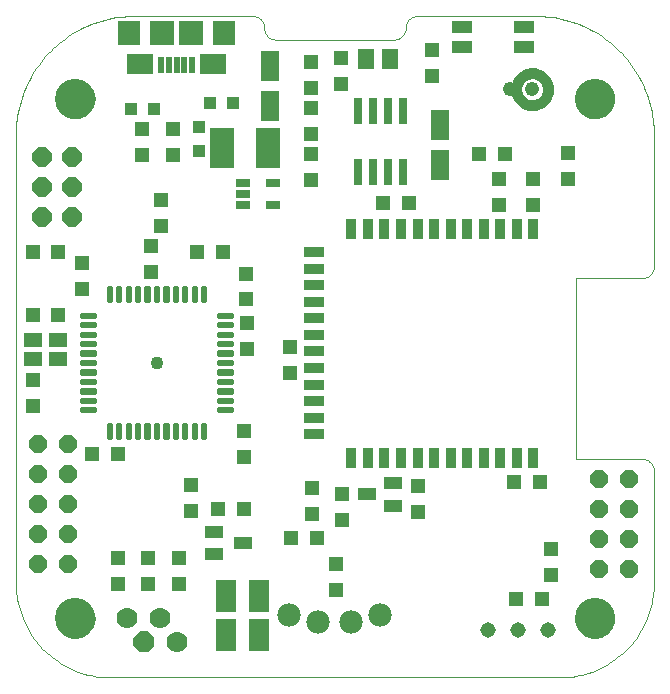
<source format=gts>
G75*
%MOIN*%
%OFA0B0*%
%FSLAX24Y24*%
%IPPOS*%
%LPD*%
%AMOC8*
5,1,8,0,0,1.08239X$1,22.5*
%
%ADD10C,0.0000*%
%ADD11R,0.0512X0.0512*%
%ADD12R,0.0552X0.0670*%
%ADD13R,0.0591X0.0434*%
%ADD14C,0.1340*%
%ADD15OC8,0.0640*%
%ADD16C,0.0516*%
%ADD17C,0.0780*%
%ADD18R,0.0355X0.0670*%
%ADD19R,0.0670X0.0355*%
%ADD20R,0.0512X0.0257*%
%ADD21R,0.0591X0.0985*%
%ADD22C,0.0174*%
%ADD23C,0.0434*%
%ADD24R,0.0197X0.0571*%
%ADD25R,0.0749X0.0788*%
%ADD26R,0.0867X0.0670*%
%ADD27R,0.0788X0.0788*%
%ADD28R,0.0788X0.1379*%
%ADD29R,0.0650X0.0434*%
%ADD30OC8,0.0594*%
%ADD31R,0.0670X0.1103*%
%ADD32R,0.0434X0.0434*%
%ADD33R,0.0276X0.0906*%
%ADD34C,0.0354*%
%ADD35C,0.0476*%
%ADD36C,0.0700*%
%ADD37OC8,0.0700*%
%ADD38R,0.0591X0.0512*%
D10*
X007744Y006169D02*
X022705Y006169D01*
X023236Y008138D02*
X023238Y008188D01*
X023244Y008238D01*
X023254Y008288D01*
X023267Y008336D01*
X023284Y008384D01*
X023305Y008430D01*
X023329Y008474D01*
X023357Y008516D01*
X023388Y008556D01*
X023422Y008593D01*
X023459Y008628D01*
X023498Y008659D01*
X023539Y008688D01*
X023583Y008713D01*
X023629Y008735D01*
X023676Y008753D01*
X023724Y008767D01*
X023773Y008778D01*
X023823Y008785D01*
X023873Y008788D01*
X023924Y008787D01*
X023974Y008782D01*
X024024Y008773D01*
X024072Y008761D01*
X024120Y008744D01*
X024166Y008724D01*
X024211Y008701D01*
X024254Y008674D01*
X024294Y008644D01*
X024332Y008611D01*
X024367Y008575D01*
X024400Y008536D01*
X024429Y008495D01*
X024455Y008452D01*
X024478Y008407D01*
X024497Y008360D01*
X024512Y008312D01*
X024524Y008263D01*
X024532Y008213D01*
X024536Y008163D01*
X024536Y008113D01*
X024532Y008063D01*
X024524Y008013D01*
X024512Y007964D01*
X024497Y007916D01*
X024478Y007869D01*
X024455Y007824D01*
X024429Y007781D01*
X024400Y007740D01*
X024367Y007701D01*
X024332Y007665D01*
X024294Y007632D01*
X024254Y007602D01*
X024211Y007575D01*
X024166Y007552D01*
X024120Y007532D01*
X024072Y007515D01*
X024024Y007503D01*
X023974Y007494D01*
X023924Y007489D01*
X023873Y007488D01*
X023823Y007491D01*
X023773Y007498D01*
X023724Y007509D01*
X023676Y007523D01*
X023629Y007541D01*
X023583Y007563D01*
X023539Y007588D01*
X023498Y007617D01*
X023459Y007648D01*
X023422Y007683D01*
X023388Y007720D01*
X023357Y007760D01*
X023329Y007802D01*
X023305Y007846D01*
X023284Y007892D01*
X023267Y007940D01*
X023254Y007988D01*
X023244Y008038D01*
X023238Y008088D01*
X023236Y008138D01*
X022705Y006169D02*
X022815Y006171D01*
X022925Y006177D01*
X023034Y006186D01*
X023143Y006200D01*
X023252Y006217D01*
X023360Y006238D01*
X023467Y006263D01*
X023573Y006291D01*
X023678Y006323D01*
X023782Y006359D01*
X023885Y006398D01*
X023986Y006441D01*
X024086Y006488D01*
X024184Y006538D01*
X024280Y006591D01*
X024374Y006648D01*
X024466Y006708D01*
X024557Y006771D01*
X024644Y006837D01*
X024730Y006906D01*
X024813Y006978D01*
X024893Y007053D01*
X024971Y007131D01*
X025046Y007211D01*
X025118Y007294D01*
X025187Y007380D01*
X025253Y007467D01*
X025316Y007558D01*
X025376Y007650D01*
X025433Y007744D01*
X025486Y007840D01*
X025536Y007938D01*
X025583Y008038D01*
X025626Y008139D01*
X025665Y008242D01*
X025701Y008346D01*
X025733Y008451D01*
X025761Y008557D01*
X025786Y008664D01*
X025807Y008772D01*
X025824Y008881D01*
X025838Y008990D01*
X025847Y009099D01*
X025853Y009209D01*
X025855Y009319D01*
X025854Y009319D02*
X025854Y013059D01*
X025855Y013059D02*
X025853Y013098D01*
X025847Y013136D01*
X025838Y013173D01*
X025825Y013210D01*
X025808Y013245D01*
X025789Y013278D01*
X025766Y013309D01*
X025740Y013338D01*
X025711Y013364D01*
X025680Y013387D01*
X025647Y013406D01*
X025612Y013423D01*
X025575Y013436D01*
X025538Y013445D01*
X025500Y013451D01*
X025461Y013453D01*
X023256Y013453D01*
X023256Y019398D01*
X023256Y019476D01*
X025461Y019476D01*
X025500Y019478D01*
X025538Y019484D01*
X025575Y019493D01*
X025612Y019506D01*
X025647Y019523D01*
X025680Y019542D01*
X025711Y019565D01*
X025740Y019591D01*
X025766Y019620D01*
X025789Y019651D01*
X025808Y019684D01*
X025825Y019719D01*
X025838Y019756D01*
X025847Y019793D01*
X025853Y019831D01*
X025855Y019870D01*
X025854Y019870D02*
X025854Y024280D01*
X023236Y025461D02*
X023238Y025511D01*
X023244Y025561D01*
X023254Y025611D01*
X023267Y025659D01*
X023284Y025707D01*
X023305Y025753D01*
X023329Y025797D01*
X023357Y025839D01*
X023388Y025879D01*
X023422Y025916D01*
X023459Y025951D01*
X023498Y025982D01*
X023539Y026011D01*
X023583Y026036D01*
X023629Y026058D01*
X023676Y026076D01*
X023724Y026090D01*
X023773Y026101D01*
X023823Y026108D01*
X023873Y026111D01*
X023924Y026110D01*
X023974Y026105D01*
X024024Y026096D01*
X024072Y026084D01*
X024120Y026067D01*
X024166Y026047D01*
X024211Y026024D01*
X024254Y025997D01*
X024294Y025967D01*
X024332Y025934D01*
X024367Y025898D01*
X024400Y025859D01*
X024429Y025818D01*
X024455Y025775D01*
X024478Y025730D01*
X024497Y025683D01*
X024512Y025635D01*
X024524Y025586D01*
X024532Y025536D01*
X024536Y025486D01*
X024536Y025436D01*
X024532Y025386D01*
X024524Y025336D01*
X024512Y025287D01*
X024497Y025239D01*
X024478Y025192D01*
X024455Y025147D01*
X024429Y025104D01*
X024400Y025063D01*
X024367Y025024D01*
X024332Y024988D01*
X024294Y024955D01*
X024254Y024925D01*
X024211Y024898D01*
X024166Y024875D01*
X024120Y024855D01*
X024072Y024838D01*
X024024Y024826D01*
X023974Y024817D01*
X023924Y024812D01*
X023873Y024811D01*
X023823Y024814D01*
X023773Y024821D01*
X023724Y024832D01*
X023676Y024846D01*
X023629Y024864D01*
X023583Y024886D01*
X023539Y024911D01*
X023498Y024940D01*
X023459Y024971D01*
X023422Y025006D01*
X023388Y025043D01*
X023357Y025083D01*
X023329Y025125D01*
X023305Y025169D01*
X023284Y025215D01*
X023267Y025263D01*
X023254Y025311D01*
X023244Y025361D01*
X023238Y025411D01*
X023236Y025461D01*
X025854Y024280D02*
X025852Y024404D01*
X025846Y024527D01*
X025837Y024651D01*
X025823Y024773D01*
X025806Y024896D01*
X025784Y025018D01*
X025759Y025139D01*
X025730Y025259D01*
X025698Y025378D01*
X025661Y025497D01*
X025621Y025614D01*
X025578Y025729D01*
X025530Y025844D01*
X025479Y025956D01*
X025425Y026067D01*
X025367Y026177D01*
X025306Y026284D01*
X025241Y026390D01*
X025173Y026493D01*
X025102Y026594D01*
X025028Y026693D01*
X024951Y026790D01*
X024870Y026884D01*
X024787Y026975D01*
X024701Y027064D01*
X024612Y027150D01*
X024521Y027233D01*
X024427Y027314D01*
X024330Y027391D01*
X024231Y027465D01*
X024130Y027536D01*
X024027Y027604D01*
X023921Y027669D01*
X023814Y027730D01*
X023704Y027788D01*
X023593Y027842D01*
X023481Y027893D01*
X023366Y027941D01*
X023251Y027984D01*
X023134Y028024D01*
X023015Y028061D01*
X022896Y028093D01*
X022776Y028122D01*
X022655Y028147D01*
X022533Y028169D01*
X022410Y028186D01*
X022288Y028200D01*
X022164Y028209D01*
X022041Y028215D01*
X021917Y028217D01*
X017980Y028217D01*
X017941Y028215D01*
X017903Y028209D01*
X017866Y028200D01*
X017829Y028187D01*
X017794Y028170D01*
X017761Y028151D01*
X017730Y028128D01*
X017701Y028102D01*
X017675Y028073D01*
X017652Y028042D01*
X017633Y028009D01*
X017616Y027974D01*
X017603Y027937D01*
X017594Y027900D01*
X017588Y027862D01*
X017586Y027823D01*
X017587Y027823D02*
X017585Y027784D01*
X017579Y027746D01*
X017570Y027709D01*
X017557Y027672D01*
X017540Y027637D01*
X017521Y027604D01*
X017498Y027573D01*
X017472Y027544D01*
X017443Y027518D01*
X017412Y027495D01*
X017379Y027476D01*
X017344Y027459D01*
X017307Y027446D01*
X017270Y027437D01*
X017232Y027431D01*
X017193Y027429D01*
X013256Y027429D01*
X013217Y027431D01*
X013179Y027437D01*
X013142Y027446D01*
X013105Y027459D01*
X013070Y027476D01*
X013037Y027495D01*
X013006Y027518D01*
X012977Y027544D01*
X012951Y027573D01*
X012928Y027604D01*
X012909Y027637D01*
X012892Y027672D01*
X012879Y027709D01*
X012870Y027746D01*
X012864Y027784D01*
X012862Y027823D01*
X012863Y027823D02*
X012861Y027862D01*
X012855Y027900D01*
X012846Y027937D01*
X012833Y027974D01*
X012816Y028009D01*
X012797Y028042D01*
X012774Y028073D01*
X012748Y028102D01*
X012719Y028128D01*
X012688Y028151D01*
X012655Y028170D01*
X012620Y028187D01*
X012583Y028200D01*
X012546Y028209D01*
X012508Y028215D01*
X012469Y028217D01*
X008531Y028217D01*
X005913Y025461D02*
X005915Y025511D01*
X005921Y025561D01*
X005931Y025611D01*
X005944Y025659D01*
X005961Y025707D01*
X005982Y025753D01*
X006006Y025797D01*
X006034Y025839D01*
X006065Y025879D01*
X006099Y025916D01*
X006136Y025951D01*
X006175Y025982D01*
X006216Y026011D01*
X006260Y026036D01*
X006306Y026058D01*
X006353Y026076D01*
X006401Y026090D01*
X006450Y026101D01*
X006500Y026108D01*
X006550Y026111D01*
X006601Y026110D01*
X006651Y026105D01*
X006701Y026096D01*
X006749Y026084D01*
X006797Y026067D01*
X006843Y026047D01*
X006888Y026024D01*
X006931Y025997D01*
X006971Y025967D01*
X007009Y025934D01*
X007044Y025898D01*
X007077Y025859D01*
X007106Y025818D01*
X007132Y025775D01*
X007155Y025730D01*
X007174Y025683D01*
X007189Y025635D01*
X007201Y025586D01*
X007209Y025536D01*
X007213Y025486D01*
X007213Y025436D01*
X007209Y025386D01*
X007201Y025336D01*
X007189Y025287D01*
X007174Y025239D01*
X007155Y025192D01*
X007132Y025147D01*
X007106Y025104D01*
X007077Y025063D01*
X007044Y025024D01*
X007009Y024988D01*
X006971Y024955D01*
X006931Y024925D01*
X006888Y024898D01*
X006843Y024875D01*
X006797Y024855D01*
X006749Y024838D01*
X006701Y024826D01*
X006651Y024817D01*
X006601Y024812D01*
X006550Y024811D01*
X006500Y024814D01*
X006450Y024821D01*
X006401Y024832D01*
X006353Y024846D01*
X006306Y024864D01*
X006260Y024886D01*
X006216Y024911D01*
X006175Y024940D01*
X006136Y024971D01*
X006099Y025006D01*
X006065Y025043D01*
X006034Y025083D01*
X006006Y025125D01*
X005982Y025169D01*
X005961Y025215D01*
X005944Y025263D01*
X005931Y025311D01*
X005921Y025361D01*
X005915Y025411D01*
X005913Y025461D01*
X004594Y024280D02*
X004594Y009319D01*
X005913Y008138D02*
X005915Y008188D01*
X005921Y008238D01*
X005931Y008288D01*
X005944Y008336D01*
X005961Y008384D01*
X005982Y008430D01*
X006006Y008474D01*
X006034Y008516D01*
X006065Y008556D01*
X006099Y008593D01*
X006136Y008628D01*
X006175Y008659D01*
X006216Y008688D01*
X006260Y008713D01*
X006306Y008735D01*
X006353Y008753D01*
X006401Y008767D01*
X006450Y008778D01*
X006500Y008785D01*
X006550Y008788D01*
X006601Y008787D01*
X006651Y008782D01*
X006701Y008773D01*
X006749Y008761D01*
X006797Y008744D01*
X006843Y008724D01*
X006888Y008701D01*
X006931Y008674D01*
X006971Y008644D01*
X007009Y008611D01*
X007044Y008575D01*
X007077Y008536D01*
X007106Y008495D01*
X007132Y008452D01*
X007155Y008407D01*
X007174Y008360D01*
X007189Y008312D01*
X007201Y008263D01*
X007209Y008213D01*
X007213Y008163D01*
X007213Y008113D01*
X007209Y008063D01*
X007201Y008013D01*
X007189Y007964D01*
X007174Y007916D01*
X007155Y007869D01*
X007132Y007824D01*
X007106Y007781D01*
X007077Y007740D01*
X007044Y007701D01*
X007009Y007665D01*
X006971Y007632D01*
X006931Y007602D01*
X006888Y007575D01*
X006843Y007552D01*
X006797Y007532D01*
X006749Y007515D01*
X006701Y007503D01*
X006651Y007494D01*
X006601Y007489D01*
X006550Y007488D01*
X006500Y007491D01*
X006450Y007498D01*
X006401Y007509D01*
X006353Y007523D01*
X006306Y007541D01*
X006260Y007563D01*
X006216Y007588D01*
X006175Y007617D01*
X006136Y007648D01*
X006099Y007683D01*
X006065Y007720D01*
X006034Y007760D01*
X006006Y007802D01*
X005982Y007846D01*
X005961Y007892D01*
X005944Y007940D01*
X005931Y007988D01*
X005921Y008038D01*
X005915Y008088D01*
X005913Y008138D01*
X004594Y009319D02*
X004596Y009209D01*
X004602Y009099D01*
X004611Y008990D01*
X004625Y008881D01*
X004642Y008772D01*
X004663Y008664D01*
X004688Y008557D01*
X004716Y008451D01*
X004748Y008346D01*
X004784Y008242D01*
X004823Y008139D01*
X004866Y008038D01*
X004913Y007938D01*
X004963Y007840D01*
X005016Y007744D01*
X005073Y007650D01*
X005133Y007558D01*
X005196Y007467D01*
X005262Y007380D01*
X005331Y007294D01*
X005403Y007211D01*
X005478Y007131D01*
X005556Y007053D01*
X005636Y006978D01*
X005719Y006906D01*
X005805Y006837D01*
X005892Y006771D01*
X005983Y006708D01*
X006075Y006648D01*
X006169Y006591D01*
X006265Y006538D01*
X006363Y006488D01*
X006463Y006441D01*
X006564Y006398D01*
X006667Y006359D01*
X006771Y006323D01*
X006876Y006291D01*
X006982Y006263D01*
X007089Y006238D01*
X007197Y006217D01*
X007306Y006200D01*
X007415Y006186D01*
X007524Y006177D01*
X007634Y006171D01*
X007744Y006169D01*
X004594Y024280D02*
X004596Y024404D01*
X004602Y024527D01*
X004611Y024651D01*
X004625Y024773D01*
X004642Y024896D01*
X004664Y025018D01*
X004689Y025139D01*
X004718Y025259D01*
X004750Y025378D01*
X004787Y025497D01*
X004827Y025614D01*
X004870Y025729D01*
X004918Y025844D01*
X004969Y025956D01*
X005023Y026067D01*
X005081Y026177D01*
X005142Y026284D01*
X005207Y026390D01*
X005275Y026493D01*
X005346Y026594D01*
X005420Y026693D01*
X005497Y026790D01*
X005578Y026884D01*
X005661Y026975D01*
X005747Y027064D01*
X005836Y027150D01*
X005927Y027233D01*
X006021Y027314D01*
X006118Y027391D01*
X006217Y027465D01*
X006318Y027536D01*
X006421Y027604D01*
X006527Y027669D01*
X006634Y027730D01*
X006744Y027788D01*
X006855Y027842D01*
X006967Y027893D01*
X007082Y027941D01*
X007197Y027984D01*
X007314Y028024D01*
X007433Y028061D01*
X007552Y028093D01*
X007672Y028122D01*
X007793Y028147D01*
X007915Y028169D01*
X008038Y028186D01*
X008160Y028200D01*
X008284Y028209D01*
X008407Y028215D01*
X008531Y028217D01*
D11*
X008807Y024462D03*
X008807Y023595D03*
X009831Y023595D03*
X009831Y024462D03*
X009437Y022075D03*
X009437Y021209D03*
X009083Y020539D03*
X009083Y019673D03*
X010618Y020343D03*
X011484Y020343D03*
X012272Y019634D03*
X012272Y018768D03*
X012311Y017980D03*
X012311Y017114D03*
X013714Y017193D03*
X013714Y016327D03*
X012193Y014398D03*
X012193Y013531D03*
X012193Y011784D03*
X011327Y011784D03*
X010421Y011720D03*
X010421Y012587D03*
X010028Y010165D03*
X010028Y009299D03*
X009004Y009299D03*
X009004Y010165D03*
X007980Y010165D03*
X007980Y009299D03*
X007985Y013630D03*
X007119Y013630D03*
X005160Y015224D03*
X005160Y016091D03*
X005146Y018241D03*
X006012Y018241D03*
X006780Y019102D03*
X006780Y019969D03*
X006012Y020352D03*
X005146Y020352D03*
X013768Y010815D03*
X014634Y010815D03*
X014476Y011602D03*
X014476Y012469D03*
X015461Y012272D03*
X015461Y011406D03*
X015264Y009949D03*
X015264Y009083D03*
X017980Y011681D03*
X017980Y012547D03*
X021209Y012680D03*
X022075Y012680D03*
X022432Y010454D03*
X022432Y009587D03*
X022134Y008787D03*
X021268Y008787D03*
X021839Y021917D03*
X021839Y022783D03*
X022995Y022783D03*
X022995Y023650D03*
X020894Y023610D03*
X020697Y022783D03*
X020697Y021917D03*
X020028Y023610D03*
X017705Y021971D03*
X016839Y021971D03*
X014437Y022744D03*
X014437Y023610D03*
X014437Y024280D03*
X014437Y025146D03*
X014435Y025805D03*
X014435Y026671D03*
X015441Y026829D03*
X015441Y025963D03*
X018453Y026209D03*
X018453Y027075D03*
D12*
X017060Y026770D03*
X016273Y026770D03*
D13*
X017154Y012646D03*
X017154Y011898D03*
X016287Y012272D03*
X012154Y010657D03*
X011209Y010283D03*
X011209Y011031D03*
D14*
X006563Y008138D03*
X006563Y025461D03*
X023886Y025461D03*
X023886Y008138D03*
D15*
X006472Y021508D03*
X005472Y021508D03*
X005472Y022508D03*
X005472Y023508D03*
X006472Y023508D03*
X006472Y022508D03*
D16*
X020327Y007744D03*
X021327Y007744D03*
X022327Y007744D03*
D17*
X016741Y008267D03*
X015775Y008008D03*
X014674Y008008D03*
X013708Y008267D03*
D18*
X015776Y013492D03*
X016327Y013492D03*
X016878Y013492D03*
X017429Y013492D03*
X017980Y013492D03*
X018531Y013492D03*
X019083Y013492D03*
X019634Y013492D03*
X020185Y013492D03*
X020736Y013492D03*
X021287Y013492D03*
X021839Y013492D03*
X021839Y021130D03*
X021287Y021130D03*
X020736Y021130D03*
X020185Y021130D03*
X019634Y021130D03*
X019083Y021130D03*
X018531Y021130D03*
X017980Y021130D03*
X017429Y021130D03*
X016878Y021130D03*
X016327Y021130D03*
X015776Y021130D03*
D19*
X014516Y020343D03*
X014516Y019791D03*
X014516Y019240D03*
X014516Y018689D03*
X014516Y018138D03*
X014516Y017587D03*
X014516Y017035D03*
X014516Y016484D03*
X014516Y015933D03*
X014516Y015382D03*
X014516Y014831D03*
X014516Y014280D03*
D20*
X013177Y021912D03*
X013177Y022660D03*
X012154Y022660D03*
X012154Y022286D03*
X012154Y021912D03*
D21*
X013059Y025224D03*
X013059Y026563D03*
X018728Y024594D03*
X018728Y023256D03*
D22*
X011355Y018262D02*
X011355Y018220D01*
X011355Y018262D02*
X011771Y018262D01*
X011771Y018220D01*
X011355Y018220D01*
X011355Y017947D02*
X011355Y017905D01*
X011355Y017947D02*
X011771Y017947D01*
X011771Y017905D01*
X011355Y017905D01*
X011355Y017632D02*
X011355Y017590D01*
X011355Y017632D02*
X011771Y017632D01*
X011771Y017590D01*
X011355Y017590D01*
X011355Y017317D02*
X011355Y017275D01*
X011355Y017317D02*
X011771Y017317D01*
X011771Y017275D01*
X011355Y017275D01*
X011355Y017002D02*
X011355Y016960D01*
X011355Y017002D02*
X011771Y017002D01*
X011771Y016960D01*
X011355Y016960D01*
X011355Y016687D02*
X011355Y016645D01*
X011355Y016687D02*
X011771Y016687D01*
X011771Y016645D01*
X011355Y016645D01*
X011355Y016372D02*
X011355Y016330D01*
X011355Y016372D02*
X011771Y016372D01*
X011771Y016330D01*
X011355Y016330D01*
X011355Y016057D02*
X011355Y016015D01*
X011355Y016057D02*
X011771Y016057D01*
X011771Y016015D01*
X011355Y016015D01*
X011355Y015742D02*
X011355Y015700D01*
X011355Y015742D02*
X011771Y015742D01*
X011771Y015700D01*
X011355Y015700D01*
X011355Y015427D02*
X011355Y015385D01*
X011355Y015427D02*
X011771Y015427D01*
X011771Y015385D01*
X011355Y015385D01*
X011355Y015113D02*
X011355Y015071D01*
X011355Y015113D02*
X011771Y015113D01*
X011771Y015071D01*
X011355Y015071D01*
X010833Y014591D02*
X010833Y014175D01*
X010833Y014591D02*
X010875Y014591D01*
X010875Y014175D01*
X010833Y014175D01*
X010833Y014348D02*
X010875Y014348D01*
X010875Y014521D02*
X010833Y014521D01*
X010518Y014591D02*
X010518Y014175D01*
X010518Y014591D02*
X010560Y014591D01*
X010560Y014175D01*
X010518Y014175D01*
X010518Y014348D02*
X010560Y014348D01*
X010560Y014521D02*
X010518Y014521D01*
X010203Y014591D02*
X010203Y014175D01*
X010203Y014591D02*
X010245Y014591D01*
X010245Y014175D01*
X010203Y014175D01*
X010203Y014348D02*
X010245Y014348D01*
X010245Y014521D02*
X010203Y014521D01*
X009888Y014591D02*
X009888Y014175D01*
X009888Y014591D02*
X009930Y014591D01*
X009930Y014175D01*
X009888Y014175D01*
X009888Y014348D02*
X009930Y014348D01*
X009930Y014521D02*
X009888Y014521D01*
X009573Y014591D02*
X009573Y014175D01*
X009573Y014591D02*
X009615Y014591D01*
X009615Y014175D01*
X009573Y014175D01*
X009573Y014348D02*
X009615Y014348D01*
X009615Y014521D02*
X009573Y014521D01*
X009259Y014591D02*
X009259Y014175D01*
X009259Y014591D02*
X009301Y014591D01*
X009301Y014175D01*
X009259Y014175D01*
X009259Y014348D02*
X009301Y014348D01*
X009301Y014521D02*
X009259Y014521D01*
X008944Y014591D02*
X008944Y014175D01*
X008944Y014591D02*
X008986Y014591D01*
X008986Y014175D01*
X008944Y014175D01*
X008944Y014348D02*
X008986Y014348D01*
X008986Y014521D02*
X008944Y014521D01*
X008629Y014591D02*
X008629Y014175D01*
X008629Y014591D02*
X008671Y014591D01*
X008671Y014175D01*
X008629Y014175D01*
X008629Y014348D02*
X008671Y014348D01*
X008671Y014521D02*
X008629Y014521D01*
X008314Y014591D02*
X008314Y014175D01*
X008314Y014591D02*
X008356Y014591D01*
X008356Y014175D01*
X008314Y014175D01*
X008314Y014348D02*
X008356Y014348D01*
X008356Y014521D02*
X008314Y014521D01*
X007999Y014591D02*
X007999Y014175D01*
X007999Y014591D02*
X008041Y014591D01*
X008041Y014175D01*
X007999Y014175D01*
X007999Y014348D02*
X008041Y014348D01*
X008041Y014521D02*
X007999Y014521D01*
X007684Y014591D02*
X007684Y014175D01*
X007684Y014591D02*
X007726Y014591D01*
X007726Y014175D01*
X007684Y014175D01*
X007684Y014348D02*
X007726Y014348D01*
X007726Y014521D02*
X007684Y014521D01*
X006788Y015071D02*
X006788Y015113D01*
X007204Y015113D01*
X007204Y015071D01*
X006788Y015071D01*
X006788Y015385D02*
X006788Y015427D01*
X007204Y015427D01*
X007204Y015385D01*
X006788Y015385D01*
X006788Y015700D02*
X006788Y015742D01*
X007204Y015742D01*
X007204Y015700D01*
X006788Y015700D01*
X006788Y016015D02*
X006788Y016057D01*
X007204Y016057D01*
X007204Y016015D01*
X006788Y016015D01*
X006788Y016330D02*
X006788Y016372D01*
X007204Y016372D01*
X007204Y016330D01*
X006788Y016330D01*
X006788Y016645D02*
X006788Y016687D01*
X007204Y016687D01*
X007204Y016645D01*
X006788Y016645D01*
X006788Y016960D02*
X006788Y017002D01*
X007204Y017002D01*
X007204Y016960D01*
X006788Y016960D01*
X006788Y017275D02*
X006788Y017317D01*
X007204Y017317D01*
X007204Y017275D01*
X006788Y017275D01*
X006788Y017590D02*
X006788Y017632D01*
X007204Y017632D01*
X007204Y017590D01*
X006788Y017590D01*
X006788Y017905D02*
X006788Y017947D01*
X007204Y017947D01*
X007204Y017905D01*
X006788Y017905D01*
X006788Y018220D02*
X006788Y018262D01*
X007204Y018262D01*
X007204Y018220D01*
X006788Y018220D01*
X007684Y018742D02*
X007684Y019158D01*
X007726Y019158D01*
X007726Y018742D01*
X007684Y018742D01*
X007684Y018915D02*
X007726Y018915D01*
X007726Y019088D02*
X007684Y019088D01*
X007999Y019158D02*
X007999Y018742D01*
X007999Y019158D02*
X008041Y019158D01*
X008041Y018742D01*
X007999Y018742D01*
X007999Y018915D02*
X008041Y018915D01*
X008041Y019088D02*
X007999Y019088D01*
X008314Y019158D02*
X008314Y018742D01*
X008314Y019158D02*
X008356Y019158D01*
X008356Y018742D01*
X008314Y018742D01*
X008314Y018915D02*
X008356Y018915D01*
X008356Y019088D02*
X008314Y019088D01*
X008629Y019158D02*
X008629Y018742D01*
X008629Y019158D02*
X008671Y019158D01*
X008671Y018742D01*
X008629Y018742D01*
X008629Y018915D02*
X008671Y018915D01*
X008671Y019088D02*
X008629Y019088D01*
X008944Y019158D02*
X008944Y018742D01*
X008944Y019158D02*
X008986Y019158D01*
X008986Y018742D01*
X008944Y018742D01*
X008944Y018915D02*
X008986Y018915D01*
X008986Y019088D02*
X008944Y019088D01*
X009259Y019158D02*
X009259Y018742D01*
X009259Y019158D02*
X009301Y019158D01*
X009301Y018742D01*
X009259Y018742D01*
X009259Y018915D02*
X009301Y018915D01*
X009301Y019088D02*
X009259Y019088D01*
X009573Y019158D02*
X009573Y018742D01*
X009573Y019158D02*
X009615Y019158D01*
X009615Y018742D01*
X009573Y018742D01*
X009573Y018915D02*
X009615Y018915D01*
X009615Y019088D02*
X009573Y019088D01*
X009888Y019158D02*
X009888Y018742D01*
X009888Y019158D02*
X009930Y019158D01*
X009930Y018742D01*
X009888Y018742D01*
X009888Y018915D02*
X009930Y018915D01*
X009930Y019088D02*
X009888Y019088D01*
X010203Y019158D02*
X010203Y018742D01*
X010203Y019158D02*
X010245Y019158D01*
X010245Y018742D01*
X010203Y018742D01*
X010203Y018915D02*
X010245Y018915D01*
X010245Y019088D02*
X010203Y019088D01*
X010518Y019158D02*
X010518Y018742D01*
X010518Y019158D02*
X010560Y019158D01*
X010560Y018742D01*
X010518Y018742D01*
X010518Y018915D02*
X010560Y018915D01*
X010560Y019088D02*
X010518Y019088D01*
X010833Y019158D02*
X010833Y018742D01*
X010833Y019158D02*
X010875Y019158D01*
X010875Y018742D01*
X010833Y018742D01*
X010833Y018915D02*
X010875Y018915D01*
X010875Y019088D02*
X010833Y019088D01*
D23*
X009280Y016666D03*
D24*
X009437Y026583D03*
X009693Y026583D03*
X009949Y026583D03*
X010205Y026583D03*
X010461Y026583D03*
D25*
X011524Y027636D03*
X008374Y027636D03*
D26*
X008728Y026632D03*
X011169Y026632D03*
D27*
X010421Y027636D03*
X009476Y027636D03*
D28*
X011465Y023807D03*
X013000Y023807D03*
D29*
X019467Y027173D03*
X019467Y027843D03*
X021533Y027843D03*
X021533Y027173D03*
D30*
X024016Y012787D03*
X024016Y011787D03*
X024016Y010787D03*
X024016Y009787D03*
X025016Y009787D03*
X025016Y010787D03*
X025016Y011787D03*
X025016Y012787D03*
X006315Y012957D03*
X006315Y013957D03*
X005315Y013957D03*
X005315Y012957D03*
X005315Y011957D03*
X006315Y011957D03*
X006315Y010957D03*
X005315Y010957D03*
X005315Y009957D03*
X006315Y009957D03*
D31*
X011602Y008886D03*
X012705Y008886D03*
X012705Y007587D03*
X011602Y007587D03*
D32*
X010697Y023728D03*
X010697Y024516D03*
X011051Y025303D03*
X011839Y025303D03*
X009201Y025106D03*
X008413Y025106D03*
D33*
X016010Y025067D03*
X016510Y025067D03*
X017010Y025067D03*
X017510Y025067D03*
X017510Y023020D03*
X017010Y023020D03*
X016510Y023020D03*
X016010Y023020D03*
D34*
X021268Y025776D02*
X021270Y025822D01*
X021276Y025867D01*
X021286Y025912D01*
X021299Y025955D01*
X021316Y025998D01*
X021337Y026038D01*
X021361Y026077D01*
X021389Y026113D01*
X021420Y026147D01*
X021453Y026179D01*
X021489Y026207D01*
X021527Y026232D01*
X021567Y026254D01*
X021609Y026272D01*
X021652Y026286D01*
X021697Y026297D01*
X021742Y026304D01*
X021788Y026307D01*
X021833Y026306D01*
X021879Y026301D01*
X021924Y026292D01*
X021967Y026280D01*
X022010Y026263D01*
X022051Y026243D01*
X022090Y026220D01*
X022128Y026193D01*
X022162Y026163D01*
X022194Y026131D01*
X022223Y026095D01*
X022249Y026058D01*
X022272Y026018D01*
X022291Y025977D01*
X022306Y025934D01*
X022318Y025889D01*
X022326Y025844D01*
X022330Y025799D01*
X022330Y025753D01*
X022326Y025708D01*
X022318Y025663D01*
X022306Y025618D01*
X022291Y025575D01*
X022272Y025534D01*
X022249Y025494D01*
X022223Y025457D01*
X022194Y025421D01*
X022162Y025389D01*
X022128Y025359D01*
X022090Y025332D01*
X022051Y025309D01*
X022010Y025289D01*
X021967Y025272D01*
X021924Y025260D01*
X021879Y025251D01*
X021833Y025246D01*
X021788Y025245D01*
X021742Y025248D01*
X021697Y025255D01*
X021652Y025266D01*
X021609Y025280D01*
X021567Y025298D01*
X021527Y025320D01*
X021489Y025345D01*
X021453Y025373D01*
X021420Y025405D01*
X021389Y025439D01*
X021361Y025475D01*
X021337Y025514D01*
X021316Y025554D01*
X021299Y025597D01*
X021286Y025640D01*
X021276Y025685D01*
X021270Y025730D01*
X021268Y025776D01*
D35*
X021051Y025776D03*
X021799Y025776D03*
D36*
X009398Y008138D03*
X009949Y007350D03*
X008295Y008138D03*
D37*
X008846Y007350D03*
D38*
X006012Y016799D03*
X006012Y017429D03*
X005146Y017429D03*
X005146Y016799D03*
M02*

</source>
